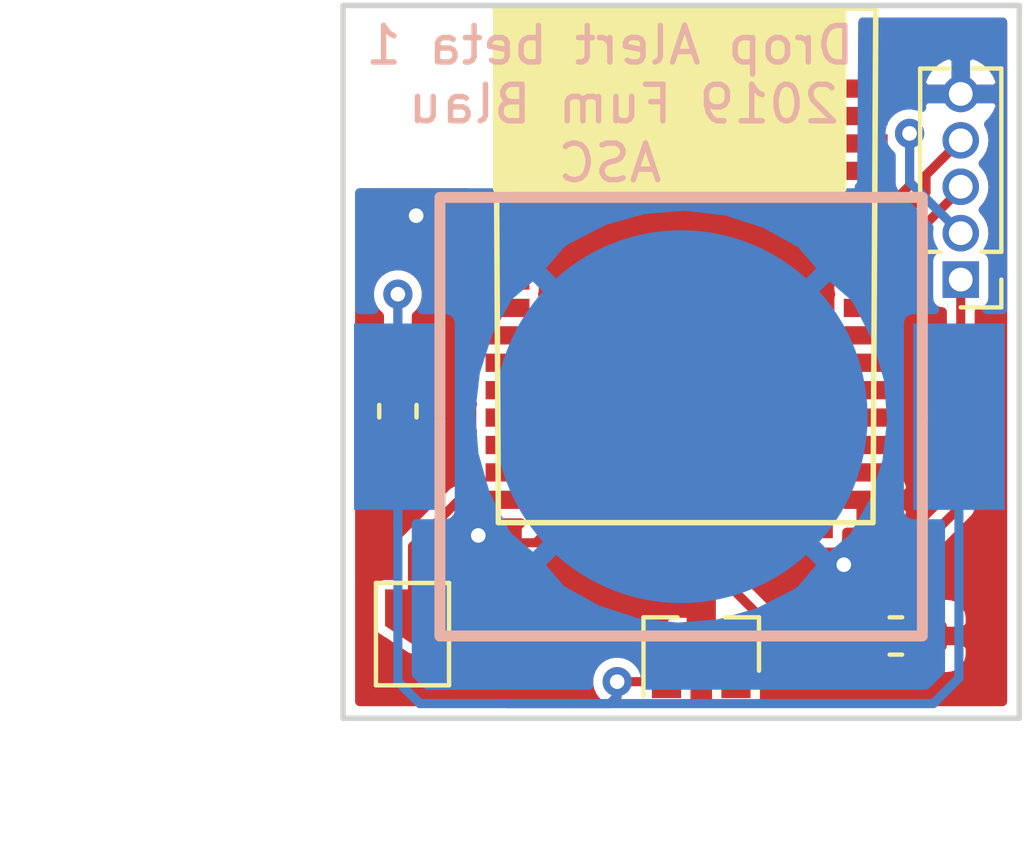
<source format=kicad_pcb>
(kicad_pcb (version 20171130) (host pcbnew "(5.1.0)-1")

  (general
    (thickness 1.6)
    (drawings 7)
    (tracks 58)
    (zones 0)
    (modules 7)
    (nets 38)
  )

  (page A4)
  (layers
    (0 F.Cu signal)
    (31 B.Cu signal)
    (32 B.Adhes user)
    (33 F.Adhes user)
    (34 B.Paste user)
    (35 F.Paste user)
    (36 B.SilkS user)
    (37 F.SilkS user)
    (38 B.Mask user)
    (39 F.Mask user)
    (40 Dwgs.User user)
    (41 Cmts.User user)
    (42 Eco1.User user)
    (43 Eco2.User user)
    (44 Edge.Cuts user)
    (45 Margin user)
    (46 B.CrtYd user)
    (47 F.CrtYd user)
    (48 B.Fab user)
    (49 F.Fab user)
  )

  (setup
    (last_trace_width 0.25)
    (trace_clearance 0.2)
    (zone_clearance 0.254)
    (zone_45_only no)
    (trace_min 0.2)
    (via_size 0.8)
    (via_drill 0.4)
    (via_min_size 0.4)
    (via_min_drill 0.3)
    (uvia_size 0.3)
    (uvia_drill 0.1)
    (uvias_allowed no)
    (uvia_min_size 0.2)
    (uvia_min_drill 0.1)
    (edge_width 0.15)
    (segment_width 0.2)
    (pcb_text_width 0.3)
    (pcb_text_size 1.5 1.5)
    (mod_edge_width 0.15)
    (mod_text_size 1 1)
    (mod_text_width 0.15)
    (pad_size 1.524 1.524)
    (pad_drill 0.762)
    (pad_to_mask_clearance 0.051)
    (solder_mask_min_width 0.25)
    (aux_axis_origin 0 0)
    (visible_elements 7FFDFFFF)
    (pcbplotparams
      (layerselection 0x010f0_ffffffff)
      (usegerberextensions false)
      (usegerberattributes false)
      (usegerberadvancedattributes false)
      (creategerberjobfile false)
      (excludeedgelayer true)
      (linewidth 0.100000)
      (plotframeref false)
      (viasonmask false)
      (mode 1)
      (useauxorigin false)
      (hpglpennumber 1)
      (hpglpenspeed 20)
      (hpglpendiameter 15.000000)
      (psnegative false)
      (psa4output false)
      (plotreference true)
      (plotvalue true)
      (plotinvisibletext false)
      (padsonsilk false)
      (subtractmaskfromsilk false)
      (outputformat 1)
      (mirror false)
      (drillshape 0)
      (scaleselection 1)
      (outputdirectory "outputs proyecto/gerbers/"))
  )

  (net 0 "")
  (net 1 +3V3)
  (net 2 GND)
  (net 3 "Net-(J1-Pad2)")
  (net 4 "Net-(J1-Pad3)")
  (net 5 "Net-(J1-Pad4)")
  (net 6 "Net-(C2-Pad1)")
  (net 7 "Net-(JP1-Pad1)")
  (net 8 "Net-(U1-Pad38)")
  (net 9 "Net-(U1-Pad37)")
  (net 10 "Net-(U1-Pad36)")
  (net 11 "Net-(U1-Pad35)")
  (net 12 "Net-(U1-Pad34)")
  (net 13 "Net-(U1-Pad33)")
  (net 14 "Net-(U1-Pad32)")
  (net 15 "Net-(U1-Pad31)")
  (net 16 "Net-(U1-Pad30)")
  (net 17 "Net-(U1-Pad29)")
  (net 18 "Net-(U1-Pad25)")
  (net 19 "Net-(U1-Pad24)")
  (net 20 "Net-(U1-Pad23)")
  (net 21 "Net-(U1-Pad22)")
  (net 22 "Net-(U1-Pad21)")
  (net 23 "Net-(U1-Pad20)")
  (net 24 "Net-(U1-Pad19)")
  (net 25 "Net-(U1-Pad18)")
  (net 26 "Net-(U1-Pad17)")
  (net 27 "Net-(U1-Pad15)")
  (net 28 "Net-(U1-Pad14)")
  (net 29 "Net-(U1-Pad13)")
  (net 30 "Net-(U1-Pad12)")
  (net 31 "Net-(U1-Pad11)")
  (net 32 "Net-(U1-Pad10)")
  (net 33 "Net-(U1-Pad9)")
  (net 34 "Net-(U1-Pad8)")
  (net 35 "Net-(U1-Pad4)")
  (net 36 "Net-(U1-Pad3)")
  (net 37 "Net-(U1-Pad2)")

  (net_class Default "Esta es la clase de red por defecto."
    (clearance 0.2)
    (trace_width 0.25)
    (via_dia 0.8)
    (via_drill 0.4)
    (uvia_dia 0.3)
    (uvia_drill 0.1)
    (add_net +3V3)
    (add_net GND)
    (add_net "Net-(C2-Pad1)")
    (add_net "Net-(J1-Pad2)")
    (add_net "Net-(J1-Pad3)")
    (add_net "Net-(J1-Pad4)")
    (add_net "Net-(JP1-Pad1)")
    (add_net "Net-(U1-Pad10)")
    (add_net "Net-(U1-Pad11)")
    (add_net "Net-(U1-Pad12)")
    (add_net "Net-(U1-Pad13)")
    (add_net "Net-(U1-Pad14)")
    (add_net "Net-(U1-Pad15)")
    (add_net "Net-(U1-Pad17)")
    (add_net "Net-(U1-Pad18)")
    (add_net "Net-(U1-Pad19)")
    (add_net "Net-(U1-Pad2)")
    (add_net "Net-(U1-Pad20)")
    (add_net "Net-(U1-Pad21)")
    (add_net "Net-(U1-Pad22)")
    (add_net "Net-(U1-Pad23)")
    (add_net "Net-(U1-Pad24)")
    (add_net "Net-(U1-Pad25)")
    (add_net "Net-(U1-Pad29)")
    (add_net "Net-(U1-Pad3)")
    (add_net "Net-(U1-Pad30)")
    (add_net "Net-(U1-Pad31)")
    (add_net "Net-(U1-Pad32)")
    (add_net "Net-(U1-Pad33)")
    (add_net "Net-(U1-Pad34)")
    (add_net "Net-(U1-Pad35)")
    (add_net "Net-(U1-Pad36)")
    (add_net "Net-(U1-Pad37)")
    (add_net "Net-(U1-Pad38)")
    (add_net "Net-(U1-Pad4)")
    (add_net "Net-(U1-Pad8)")
    (add_net "Net-(U1-Pad9)")
  )

  (module footprints:CR1216_holder_mouser_bat_hld_012_smt (layer B.Cu) (tedit 5A7D6510) (tstamp 5D02AB11)
    (at 138.75 64.75)
    (path /5CB03C6A)
    (fp_text reference BT1 (at -5 -5) (layer B.SilkS) hide
      (effects (font (size 1 1) (thickness 0.15)) (justify mirror))
    )
    (fp_text value Battery_Cell (at 0 7) (layer B.Fab)
      (effects (font (size 1 1) (thickness 0.15)) (justify mirror))
    )
    (fp_line (start -6.6 -6) (end 6.6 -6) (layer B.SilkS) (width 0.3))
    (fp_line (start 6.6 6) (end -6.6 6) (layer B.SilkS) (width 0.3))
    (fp_line (start 6.6 0) (end 6.6 5.9) (layer B.SilkS) (width 0.3))
    (fp_line (start 6.6 -5.9) (end 6.6 0) (layer B.SilkS) (width 0.3))
    (fp_line (start -6.6 -5.9) (end -6.6 0) (layer B.SilkS) (width 0.3))
    (fp_line (start -6.6 0.1) (end -6.6 6) (layer B.SilkS) (width 0.3))
    (pad 1 smd rect (at -7.7 0) (size 2.5 5.1) (layers B.Cu B.Paste B.Mask)
      (net 1 +3V3))
    (pad 1 smd rect (at 7.6 0) (size 2.5 5.1) (layers B.Cu B.Paste B.Mask)
      (net 1 +3V3))
    (pad 2 smd circle (at 0 0) (size 10.2 10.2) (layers B.Cu B.Paste B.Mask)
      (net 2 GND))
  )

  (module footprints:453-0005 (layer F.Cu) (tedit 5CAE293A) (tstamp 5CA78AEF)
    (at 134 58.775001)
    (path /5CA7DB6D)
    (fp_text reference U1 (at 5 5.224999) (layer F.SilkS) hide
      (effects (font (size 1 1) (thickness 0.15)))
    )
    (fp_text value 453-00005 (at 5.25 11.224999) (layer F.SilkS) hide
      (effects (font (size 1 1) (thickness 0.15)))
    )
    (fp_line (start -0.25 -0.25) (end 9.2 -0.25) (layer F.SilkS) (width 0.15))
    (fp_line (start 9.2 -0.25) (end 9.2 -5.175) (layer F.SilkS) (width 0.15))
    (fp_line (start 9.2 -5.175) (end -0.325 -5.175) (layer F.SilkS) (width 0.15))
    (fp_line (start -0.325 -5.175) (end -0.325 -0.25) (layer F.SilkS) (width 0.15))
    (fp_poly (pts (xy -0.275 -0.25) (xy -0.3 -5.175) (xy 9.15 -5.15) (xy 9.15 -0.275)) (layer F.SilkS) (width 0.15))
    (fp_line (start -0.35 -5.2) (end 10.075 -5.2) (layer F.SilkS) (width 0.15))
    (fp_line (start 10.075 -5.2) (end 10 8.875) (layer F.SilkS) (width 0.15))
    (fp_line (start 10 8.875) (end -0.25 8.875) (layer F.SilkS) (width 0.15))
    (fp_line (start -0.25 8.875) (end -0.325 -5.2) (layer F.SilkS) (width 0.15))
    (pad 39 smd rect (at 0 0 90) (size 0.5 1.2) (layers F.Cu F.Paste F.Mask)
      (net 2 GND))
    (pad 38 smd rect (at 0 0.75 90) (size 0.5 1.2) (layers F.Cu F.Paste F.Mask)
      (net 8 "Net-(U1-Pad38)"))
    (pad 37 smd rect (at 0 1.5 90) (size 0.5 1.2) (layers F.Cu F.Paste F.Mask)
      (net 9 "Net-(U1-Pad37)"))
    (pad 36 smd rect (at 0 2.25 90) (size 0.5 1.2) (layers F.Cu F.Paste F.Mask)
      (net 10 "Net-(U1-Pad36)"))
    (pad 35 smd rect (at 0 3 90) (size 0.5 1.2) (layers F.Cu F.Paste F.Mask)
      (net 11 "Net-(U1-Pad35)"))
    (pad 34 smd rect (at 0 3.75 90) (size 0.5 1.2) (layers F.Cu F.Paste F.Mask)
      (net 12 "Net-(U1-Pad34)"))
    (pad 33 smd rect (at 0 4.5 90) (size 0.5 1.2) (layers F.Cu F.Paste F.Mask)
      (net 13 "Net-(U1-Pad33)"))
    (pad 32 smd rect (at 0 5.25 90) (size 0.5 1.2) (layers F.Cu F.Paste F.Mask)
      (net 14 "Net-(U1-Pad32)"))
    (pad 31 smd rect (at 0 6 90) (size 0.5 1.2) (layers F.Cu F.Paste F.Mask)
      (net 15 "Net-(U1-Pad31)"))
    (pad 30 smd rect (at 0 6.75 90) (size 0.5 1.2) (layers F.Cu F.Paste F.Mask)
      (net 16 "Net-(U1-Pad30)"))
    (pad 29 smd rect (at 0 7.5 90) (size 0.5 1.2) (layers F.Cu F.Paste F.Mask)
      (net 17 "Net-(U1-Pad29)"))
    (pad 28 smd rect (at 0 8.25 90) (size 0.5 1.2) (layers F.Cu F.Paste F.Mask)
      (net 7 "Net-(JP1-Pad1)"))
    (pad 27 smd rect (at 1.15 8.7 180) (size 0.5 1.2) (layers F.Cu F.Paste F.Mask)
      (net 2 GND))
    (pad 26 smd rect (at 1.9 8.7 180) (size 0.5 1.2) (layers F.Cu F.Paste F.Mask)
      (net 6 "Net-(C2-Pad1)"))
    (pad 25 smd rect (at 2.65 8.7 180) (size 0.5 1.2) (layers F.Cu F.Paste F.Mask)
      (net 18 "Net-(U1-Pad25)"))
    (pad 24 smd rect (at 3.4 8.7 180) (size 0.5 1.2) (layers F.Cu F.Paste F.Mask)
      (net 19 "Net-(U1-Pad24)"))
    (pad 23 smd rect (at 4.15 8.7 180) (size 0.5 1.2) (layers F.Cu F.Paste F.Mask)
      (net 20 "Net-(U1-Pad23)"))
    (pad 22 smd rect (at 4.9 8.7 180) (size 0.5 1.2) (layers F.Cu F.Paste F.Mask)
      (net 21 "Net-(U1-Pad22)"))
    (pad 21 smd rect (at 5.65 8.7 180) (size 0.5 1.2) (layers F.Cu F.Paste F.Mask)
      (net 22 "Net-(U1-Pad21)"))
    (pad 20 smd rect (at 6.4 8.7 180) (size 0.5 1.2) (layers F.Cu F.Paste F.Mask)
      (net 23 "Net-(U1-Pad20)"))
    (pad 19 smd rect (at 7.15 8.7 180) (size 0.5 1.2) (layers F.Cu F.Paste F.Mask)
      (net 24 "Net-(U1-Pad19)"))
    (pad 18 smd rect (at 7.9 8.7 180) (size 0.5 1.2) (layers F.Cu F.Paste F.Mask)
      (net 25 "Net-(U1-Pad18)"))
    (pad 17 smd rect (at 8.65 8.7 180) (size 0.5 1.2) (layers F.Cu F.Paste F.Mask)
      (net 26 "Net-(U1-Pad17)"))
    (pad 16 smd rect (at 9.8 8.25 270) (size 0.5 1.2) (layers F.Cu F.Paste F.Mask)
      (net 2 GND))
    (pad 15 smd rect (at 9.8 7.5 270) (size 0.5 1.2) (layers F.Cu F.Paste F.Mask)
      (net 27 "Net-(U1-Pad15)"))
    (pad 14 smd rect (at 9.8 6.75 270) (size 0.5 1.2) (layers F.Cu F.Paste F.Mask)
      (net 28 "Net-(U1-Pad14)"))
    (pad 13 smd rect (at 9.8 6 270) (size 0.5 1.2) (layers F.Cu F.Paste F.Mask)
      (net 29 "Net-(U1-Pad13)"))
    (pad 12 smd rect (at 9.8 5.25 270) (size 0.5 1.2) (layers F.Cu F.Paste F.Mask)
      (net 30 "Net-(U1-Pad12)"))
    (pad 11 smd rect (at 9.8 4.5 270) (size 0.5 1.2) (layers F.Cu F.Paste F.Mask)
      (net 31 "Net-(U1-Pad11)"))
    (pad 10 smd rect (at 9.8 3.75 270) (size 0.5 1.2) (layers F.Cu F.Paste F.Mask)
      (net 32 "Net-(U1-Pad10)"))
    (pad 9 smd rect (at 9.8 3 270) (size 0.5 1.2) (layers F.Cu F.Paste F.Mask)
      (net 33 "Net-(U1-Pad9)"))
    (pad 8 smd rect (at 9.8 2.25 270) (size 0.5 1.2) (layers F.Cu F.Paste F.Mask)
      (net 34 "Net-(U1-Pad8)"))
    (pad 7 smd rect (at 9.8 1.5 270) (size 0.5 1.2) (layers F.Cu F.Paste F.Mask)
      (net 4 "Net-(J1-Pad3)"))
    (pad 6 smd rect (at 9.8 0.75 270) (size 0.5 1.2) (layers F.Cu F.Paste F.Mask)
      (net 5 "Net-(J1-Pad4)"))
    (pad 5 smd rect (at 9.8 0 270) (size 0.5 1.2) (layers F.Cu F.Paste F.Mask)
      (net 3 "Net-(J1-Pad2)"))
    (pad 4 smd rect (at 9.8 -0.75 270) (size 0.5 1.2) (layers F.Cu F.Paste F.Mask)
      (net 35 "Net-(U1-Pad4)"))
    (pad 3 smd rect (at 9.8 -1.5 270) (size 0.5 1.2) (layers F.Cu F.Paste F.Mask)
      (net 36 "Net-(U1-Pad3)"))
    (pad 2 smd rect (at 9.8 -2.25 270) (size 0.5 1.2) (layers F.Cu F.Paste F.Mask)
      (net 37 "Net-(U1-Pad2)"))
    (pad 1 smd rect (at 9.8 -3 270) (size 0.5 1.2) (layers F.Cu F.Paste F.Mask)
      (net 2 GND))
  )

  (module Capacitor_SMD:C_0603_1608Metric_Pad1.05x0.95mm_HandSolder (layer F.Cu) (tedit 5B301BBE) (tstamp 5CBB99B7)
    (at 131 64.6 270)
    (descr "Capacitor SMD 0603 (1608 Metric), square (rectangular) end terminal, IPC_7351 nominal with elongated pad for handsoldering. (Body size source: http://www.tortai-tech.com/upload/download/2011102023233369053.pdf), generated with kicad-footprint-generator")
    (tags "capacitor handsolder")
    (path /5CAFD93C)
    (attr smd)
    (fp_text reference C1 (at 0.125 1.5 270) (layer F.SilkS) hide
      (effects (font (size 1 1) (thickness 0.15)))
    )
    (fp_text value 0,1uF (at 0 1.43 270) (layer F.Fab)
      (effects (font (size 1 1) (thickness 0.15)))
    )
    (fp_line (start -0.8 0.4) (end -0.8 -0.4) (layer F.Fab) (width 0.1))
    (fp_line (start -0.8 -0.4) (end 0.8 -0.4) (layer F.Fab) (width 0.1))
    (fp_line (start 0.8 -0.4) (end 0.8 0.4) (layer F.Fab) (width 0.1))
    (fp_line (start 0.8 0.4) (end -0.8 0.4) (layer F.Fab) (width 0.1))
    (fp_line (start -0.171267 -0.51) (end 0.171267 -0.51) (layer F.SilkS) (width 0.12))
    (fp_line (start -0.171267 0.51) (end 0.171267 0.51) (layer F.SilkS) (width 0.12))
    (fp_line (start -1.65 0.73) (end -1.65 -0.73) (layer F.CrtYd) (width 0.05))
    (fp_line (start -1.65 -0.73) (end 1.65 -0.73) (layer F.CrtYd) (width 0.05))
    (fp_line (start 1.65 -0.73) (end 1.65 0.73) (layer F.CrtYd) (width 0.05))
    (fp_line (start 1.65 0.73) (end -1.65 0.73) (layer F.CrtYd) (width 0.05))
    (fp_text user %R (at 0 0 270) (layer F.Fab)
      (effects (font (size 0.4 0.4) (thickness 0.06)))
    )
    (pad 1 smd roundrect (at -0.875 0 270) (size 1.05 0.95) (layers F.Cu F.Paste F.Mask) (roundrect_rratio 0.25)
      (net 1 +3V3))
    (pad 2 smd roundrect (at 0.875 0 270) (size 1.05 0.95) (layers F.Cu F.Paste F.Mask) (roundrect_rratio 0.25)
      (net 2 GND))
    (model ${KISYS3DMOD}/Capacitor_SMD.3dshapes/C_0603_1608Metric.wrl
      (at (xyz 0 0 0))
      (scale (xyz 1 1 1))
      (rotate (xyz 0 0 0))
    )
  )

  (module Package_TO_SOT_SMD:SOT-23 (layer F.Cu) (tedit 5CB0575F) (tstamp 5D15BC5E)
    (at 139.3 71 90)
    (descr "SOT-23, Standard")
    (tags SOT-23)
    (path /5CAF52C6)
    (attr smd)
    (fp_text reference U2 (at -0.75 2.95 -180) (layer F.SilkS) hide
      (effects (font (size 1 1) (thickness 0.15)))
    )
    (fp_text value SI7201 (at 0 2.5 90) (layer F.Fab)
      (effects (font (size 1 1) (thickness 0.15)))
    )
    (fp_text user %R (at 0 0 -180) (layer F.Fab)
      (effects (font (size 0.5 0.5) (thickness 0.075)))
    )
    (fp_line (start -0.7 -0.95) (end -0.7 1.5) (layer F.Fab) (width 0.1))
    (fp_line (start -0.15 -1.52) (end 0.7 -1.52) (layer F.Fab) (width 0.1))
    (fp_line (start -0.7 -0.95) (end -0.15 -1.52) (layer F.Fab) (width 0.1))
    (fp_line (start 0.7 -1.52) (end 0.7 1.52) (layer F.Fab) (width 0.1))
    (fp_line (start -0.7 1.52) (end 0.7 1.52) (layer F.Fab) (width 0.1))
    (fp_line (start 0.76 1.58) (end 0.76 0.65) (layer F.SilkS) (width 0.12))
    (fp_line (start 0.76 -1.58) (end 0.76 -0.65) (layer F.SilkS) (width 0.12))
    (fp_line (start -1.7 -1.75) (end 1.7 -1.75) (layer F.CrtYd) (width 0.05))
    (fp_line (start 1.7 -1.75) (end 1.7 1.75) (layer F.CrtYd) (width 0.05))
    (fp_line (start 1.7 1.75) (end -1.7 1.75) (layer F.CrtYd) (width 0.05))
    (fp_line (start -1.7 1.75) (end -1.7 -1.75) (layer F.CrtYd) (width 0.05))
    (fp_line (start 0.76 -1.58) (end -1.4 -1.58) (layer F.SilkS) (width 0.12))
    (fp_line (start 0.76 1.58) (end -0.7 1.58) (layer F.SilkS) (width 0.12))
    (pad 1 smd rect (at -1 -0.95 90) (size 0.9 0.8) (layers F.Cu F.Paste F.Mask)
      (net 1 +3V3))
    (pad 2 smd rect (at -1 0.95 90) (size 0.9 0.8) (layers F.Cu F.Paste F.Mask)
      (net 6 "Net-(C2-Pad1)"))
    (pad 3 smd rect (at 1 0 90) (size 0.9 0.8) (layers F.Cu F.Paste F.Mask)
      (net 2 GND))
    (model ${KISYS3DMOD}/Package_TO_SOT_SMD.3dshapes/SOT-23.wrl
      (at (xyz 0 0 0))
      (scale (xyz 1 1 1))
      (rotate (xyz 0 0 0))
    )
  )

  (module Connector_PinHeader_1.27mm:PinHeader_1x05_P1.27mm_Vertical (layer F.Cu) (tedit 59FED6E3) (tstamp 5CDBCD5A)
    (at 146.4 61 180)
    (descr "Through hole straight pin header, 1x05, 1.27mm pitch, single row")
    (tags "Through hole pin header THT 1x05 1.27mm single row")
    (path /5CDBD9AD)
    (fp_text reference J1 (at 0 -1.695 180) (layer F.SilkS) hide
      (effects (font (size 1 1) (thickness 0.15)))
    )
    (fp_text value Conn_01x05_Male (at 0 6.775 180) (layer F.Fab)
      (effects (font (size 1 1) (thickness 0.15)))
    )
    (fp_line (start -0.525 -0.635) (end 1.05 -0.635) (layer F.Fab) (width 0.1))
    (fp_line (start 1.05 -0.635) (end 1.05 5.715) (layer F.Fab) (width 0.1))
    (fp_line (start 1.05 5.715) (end -1.05 5.715) (layer F.Fab) (width 0.1))
    (fp_line (start -1.05 5.715) (end -1.05 -0.11) (layer F.Fab) (width 0.1))
    (fp_line (start -1.05 -0.11) (end -0.525 -0.635) (layer F.Fab) (width 0.1))
    (fp_line (start -1.11 5.775) (end -0.30753 5.775) (layer F.SilkS) (width 0.12))
    (fp_line (start 0.30753 5.775) (end 1.11 5.775) (layer F.SilkS) (width 0.12))
    (fp_line (start -1.11 0.76) (end -1.11 5.775) (layer F.SilkS) (width 0.12))
    (fp_line (start 1.11 0.76) (end 1.11 5.775) (layer F.SilkS) (width 0.12))
    (fp_line (start -1.11 0.76) (end -0.563471 0.76) (layer F.SilkS) (width 0.12))
    (fp_line (start 0.563471 0.76) (end 1.11 0.76) (layer F.SilkS) (width 0.12))
    (fp_line (start -1.11 0) (end -1.11 -0.76) (layer F.SilkS) (width 0.12))
    (fp_line (start -1.11 -0.76) (end 0 -0.76) (layer F.SilkS) (width 0.12))
    (fp_line (start -1.55 -1.15) (end -1.55 6.25) (layer F.CrtYd) (width 0.05))
    (fp_line (start -1.55 6.25) (end 1.55 6.25) (layer F.CrtYd) (width 0.05))
    (fp_line (start 1.55 6.25) (end 1.55 -1.15) (layer F.CrtYd) (width 0.05))
    (fp_line (start 1.55 -1.15) (end -1.55 -1.15) (layer F.CrtYd) (width 0.05))
    (fp_text user %R (at 0 2.54 270) (layer F.Fab)
      (effects (font (size 1 1) (thickness 0.15)))
    )
    (pad 1 thru_hole rect (at 0 0 180) (size 1 1) (drill 0.65) (layers *.Cu *.Mask)
      (net 6 "Net-(C2-Pad1)"))
    (pad 2 thru_hole oval (at 0 1.27 180) (size 1 1) (drill 0.65) (layers *.Cu *.Mask)
      (net 3 "Net-(J1-Pad2)"))
    (pad 3 thru_hole oval (at 0 2.54 180) (size 1 1) (drill 0.65) (layers *.Cu *.Mask)
      (net 4 "Net-(J1-Pad3)"))
    (pad 4 thru_hole oval (at 0 3.81 180) (size 1 1) (drill 0.65) (layers *.Cu *.Mask)
      (net 5 "Net-(J1-Pad4)"))
    (pad 5 thru_hole oval (at 0 5.08 180) (size 1 1) (drill 0.65) (layers *.Cu *.Mask)
      (net 2 GND))
  )

  (module Capacitor_SMD:C_0603_1608Metric_Pad1.05x0.95mm_HandSolder (layer F.Cu) (tedit 5B301BBE) (tstamp 5D02AAA8)
    (at 144.625 70.75)
    (descr "Capacitor SMD 0603 (1608 Metric), square (rectangular) end terminal, IPC_7351 nominal with elongated pad for handsoldering. (Body size source: http://www.tortai-tech.com/upload/download/2011102023233369053.pdf), generated with kicad-footprint-generator")
    (tags "capacitor handsolder")
    (path /5D02A0AB)
    (attr smd)
    (fp_text reference C2 (at 0 -1.43) (layer F.SilkS) hide
      (effects (font (size 1 1) (thickness 0.15)))
    )
    (fp_text value 0,1uF (at 0 1.43) (layer F.Fab)
      (effects (font (size 1 1) (thickness 0.15)))
    )
    (fp_line (start -0.8 0.4) (end -0.8 -0.4) (layer F.Fab) (width 0.1))
    (fp_line (start -0.8 -0.4) (end 0.8 -0.4) (layer F.Fab) (width 0.1))
    (fp_line (start 0.8 -0.4) (end 0.8 0.4) (layer F.Fab) (width 0.1))
    (fp_line (start 0.8 0.4) (end -0.8 0.4) (layer F.Fab) (width 0.1))
    (fp_line (start -0.171267 -0.51) (end 0.171267 -0.51) (layer F.SilkS) (width 0.12))
    (fp_line (start -0.171267 0.51) (end 0.171267 0.51) (layer F.SilkS) (width 0.12))
    (fp_line (start -1.65 0.73) (end -1.65 -0.73) (layer F.CrtYd) (width 0.05))
    (fp_line (start -1.65 -0.73) (end 1.65 -0.73) (layer F.CrtYd) (width 0.05))
    (fp_line (start 1.65 -0.73) (end 1.65 0.73) (layer F.CrtYd) (width 0.05))
    (fp_line (start 1.65 0.73) (end -1.65 0.73) (layer F.CrtYd) (width 0.05))
    (fp_text user %R (at 0 0) (layer F.Fab)
      (effects (font (size 0.4 0.4) (thickness 0.06)))
    )
    (pad 1 smd roundrect (at -0.875 0) (size 1.05 0.95) (layers F.Cu F.Paste F.Mask) (roundrect_rratio 0.25)
      (net 6 "Net-(C2-Pad1)"))
    (pad 2 smd roundrect (at 0.875 0) (size 1.05 0.95) (layers F.Cu F.Paste F.Mask) (roundrect_rratio 0.25)
      (net 2 GND))
    (model ${KISYS3DMOD}/Capacitor_SMD.3dshapes/C_0603_1608Metric.wrl
      (at (xyz 0 0 0))
      (scale (xyz 1 1 1))
      (rotate (xyz 0 0 0))
    )
  )

  (module Jumper:SolderJumper-2_P1.3mm_Open_TrianglePad1.0x1.5mm (layer F.Cu) (tedit 5A64794F) (tstamp 5D15BFEF)
    (at 131.4 70.7 270)
    (descr "SMD Solder Jumper, 1x1.5mm Triangular Pads, 0.3mm gap, open")
    (tags "solder jumper open")
    (path /5D15D6C0)
    (attr virtual)
    (fp_text reference JP1 (at 0 -1.8 270) (layer F.SilkS) hide
      (effects (font (size 1 1) (thickness 0.15)))
    )
    (fp_text value Jumper_NO_Small (at 0 1.9 270) (layer F.Fab)
      (effects (font (size 1 1) (thickness 0.15)))
    )
    (fp_line (start -1.4 1) (end -1.4 -1) (layer F.SilkS) (width 0.12))
    (fp_line (start 1.4 1) (end -1.4 1) (layer F.SilkS) (width 0.12))
    (fp_line (start 1.4 -1) (end 1.4 1) (layer F.SilkS) (width 0.12))
    (fp_line (start -1.4 -1) (end 1.4 -1) (layer F.SilkS) (width 0.12))
    (fp_line (start -1.65 -1.25) (end 1.65 -1.25) (layer F.CrtYd) (width 0.05))
    (fp_line (start -1.65 -1.25) (end -1.65 1.25) (layer F.CrtYd) (width 0.05))
    (fp_line (start 1.65 1.25) (end 1.65 -1.25) (layer F.CrtYd) (width 0.05))
    (fp_line (start 1.65 1.25) (end -1.65 1.25) (layer F.CrtYd) (width 0.05))
    (pad 2 smd custom (at 0.725 0 270) (size 0.3 0.3) (layers F.Cu F.Mask)
      (net 2 GND) (zone_connect 2)
      (options (clearance outline) (anchor rect))
      (primitives
        (gr_poly (pts
           (xy -0.65 -0.75) (xy 0.5 -0.75) (xy 0.5 0.75) (xy -0.65 0.75) (xy -0.15 0)
) (width 0))
      ))
    (pad 1 smd custom (at -0.725 0 270) (size 0.3 0.3) (layers F.Cu F.Mask)
      (net 7 "Net-(JP1-Pad1)") (zone_connect 2)
      (options (clearance outline) (anchor rect))
      (primitives
        (gr_poly (pts
           (xy -0.5 -0.75) (xy 0.5 -0.75) (xy 1 0) (xy 0.5 0.75) (xy -0.5 0.75)
) (width 0))
      ))
  )

  (gr_text "Drop Alert beta 1\n2019 Fum Blau \nASC" (at 136.8 56.2) (layer B.SilkS)
    (effects (font (size 1 1) (thickness 0.15)) (justify mirror))
  )
  (dimension 19.5 (width 0.3) (layer Dwgs.User)
    (gr_text "19,500 mm" (at 125.65 63.25 270) (layer Dwgs.User)
      (effects (font (size 1.5 1.5) (thickness 0.3)))
    )
    (feature1 (pts (xy 129.5 73) (xy 127.163579 73)))
    (feature2 (pts (xy 129.5 53.5) (xy 127.163579 53.5)))
    (crossbar (pts (xy 127.75 53.5) (xy 127.75 73)))
    (arrow1a (pts (xy 127.75 73) (xy 127.163579 71.873496)))
    (arrow1b (pts (xy 127.75 73) (xy 128.336421 71.873496)))
    (arrow2a (pts (xy 127.75 53.5) (xy 127.163579 54.626504)))
    (arrow2b (pts (xy 127.75 53.5) (xy 128.336421 54.626504)))
  )
  (dimension 18.5 (width 0.3) (layer Dwgs.User)
    (gr_text "18,500 mm" (at 138.75 78.1) (layer Dwgs.User)
      (effects (font (size 1.5 1.5) (thickness 0.3)))
    )
    (feature1 (pts (xy 148 73.5) (xy 148 76.586421)))
    (feature2 (pts (xy 129.5 73.5) (xy 129.5 76.586421)))
    (crossbar (pts (xy 129.5 76) (xy 148 76)))
    (arrow1a (pts (xy 148 76) (xy 146.873496 76.586421)))
    (arrow1b (pts (xy 148 76) (xy 146.873496 75.413579)))
    (arrow2a (pts (xy 129.5 76) (xy 130.626504 76.586421)))
    (arrow2b (pts (xy 129.5 76) (xy 130.626504 75.413579)))
  )
  (gr_line (start 129.5 73) (end 129.5 53.5) (layer Edge.Cuts) (width 0.15))
  (gr_line (start 148 73) (end 129.5 73) (layer Edge.Cuts) (width 0.15))
  (gr_line (start 148 53.5) (end 148 73) (layer Edge.Cuts) (width 0.15))
  (gr_line (start 129.5 53.5) (end 148 53.5) (layer Edge.Cuts) (width 0.15))

  (segment (start 131 67.75) (end 131 64.55) (width 0.25) (layer B.Cu) (net 1))
  (segment (start 131 64.55) (end 131.05 64.5) (width 0.25) (layer B.Cu) (net 1))
  (segment (start 131 67.75) (end 131 72) (width 0.25) (layer B.Cu) (net 1))
  (segment (start 131 72) (end 131.59999 72.59999) (width 0.25) (layer B.Cu) (net 1))
  (segment (start 131.59999 72.59999) (end 133.99999 72.59999) (width 0.25) (layer B.Cu) (net 1))
  (via (at 131 61.4) (size 0.8) (drill 0.4) (layers F.Cu B.Cu) (net 1))
  (segment (start 131 63.725) (end 131 61.4) (width 0.25) (layer F.Cu) (net 1) (status 10))
  (segment (start 131 64.95) (end 131.05 65) (width 0.25) (layer B.Cu) (net 1))
  (segment (start 131 61.4) (end 131 64.95) (width 0.25) (layer B.Cu) (net 1))
  (segment (start 133.99999 72.59999) (end 145.65001 72.59999) (width 0.25) (layer B.Cu) (net 1))
  (segment (start 146.35 71.9) (end 146.35 64.75) (width 0.25) (layer B.Cu) (net 1))
  (segment (start 145.65001 72.59999) (end 146.35 71.9) (width 0.25) (layer B.Cu) (net 1))
  (via (at 137 72) (size 0.8) (drill 0.4) (layers F.Cu B.Cu) (net 1))
  (segment (start 137 72.4) (end 137 72) (width 0.25) (layer B.Cu) (net 1))
  (segment (start 136.8 72.6) (end 137 72.4) (width 0.25) (layer B.Cu) (net 1))
  (segment (start 135.80002 72.6) (end 136.8 72.6) (width 0.25) (layer B.Cu) (net 1))
  (segment (start 133.99999 72.59999) (end 135.80001 72.59999) (width 0.25) (layer B.Cu) (net 1))
  (segment (start 135.80001 72.59999) (end 135.80002 72.6) (width 0.25) (layer B.Cu) (net 1))
  (segment (start 138.35 72) (end 137 72) (width 0.25) (layer F.Cu) (net 1))
  (via (at 143.2 68.8) (size 0.8) (drill 0.4) (layers F.Cu B.Cu) (net 2))
  (segment (start 135.25 67.575001) (end 135.15 67.475001) (width 0.25) (layer F.Cu) (net 2) (status 30))
  (via (at 131.5 59.25) (size 0.8) (drill 0.4) (layers F.Cu B.Cu) (net 2))
  (via (at 133.2 68) (size 0.8) (drill 0.4) (layers F.Cu B.Cu) (net 2))
  (segment (start 135.15 67.825001) (end 134.775001 68.2) (width 0.25) (layer F.Cu) (net 2) (status 10))
  (segment (start 135.15 67.475001) (end 135.15 67.825001) (width 0.25) (layer F.Cu) (net 2) (status 30))
  (segment (start 134.775001 68.2) (end 133.32501 68.2) (width 0.25) (layer F.Cu) (net 2))
  (segment (start 144.65 58.775001) (end 145 58.425001) (width 0.25) (layer F.Cu) (net 3))
  (segment (start 143.8 58.775001) (end 144.65 58.775001) (width 0.25) (layer F.Cu) (net 3) (status 10))
  (segment (start 145 58.425001) (end 145 57) (width 0.25) (layer F.Cu) (net 3))
  (via (at 145 57) (size 0.8) (drill 0.4) (layers F.Cu B.Cu) (net 3))
  (segment (start 145 58.33) (end 145.2 58.53) (width 0.25) (layer B.Cu) (net 3))
  (segment (start 145 57) (end 145 58.33) (width 0.25) (layer B.Cu) (net 3))
  (segment (start 145.2 58.53) (end 146.4 59.73) (width 0.25) (layer B.Cu) (net 3) (status 20))
  (segment (start 146.4 58.525001) (end 146.4 58.46) (width 0.25) (layer F.Cu) (net 4) (status 30))
  (segment (start 144.65 60.275001) (end 146.4 58.525001) (width 0.25) (layer F.Cu) (net 4) (status 20))
  (segment (start 143.8 60.275001) (end 144.65 60.275001) (width 0.25) (layer F.Cu) (net 4) (status 10))
  (segment (start 145.900001 57.689999) (end 146.4 57.19) (width 0.25) (layer F.Cu) (net 5) (status 30))
  (segment (start 145.450009 58.139991) (end 145.900001 57.689999) (width 0.25) (layer F.Cu) (net 5) (status 20))
  (segment (start 145.450009 58.611402) (end 145.450009 58.139991) (width 0.25) (layer F.Cu) (net 5))
  (segment (start 144.53641 59.525001) (end 145.450009 58.611402) (width 0.25) (layer F.Cu) (net 5))
  (segment (start 143.8 59.525001) (end 144.53641 59.525001) (width 0.25) (layer F.Cu) (net 5) (status 10))
  (segment (start 143.125 70.75) (end 143.75 70.75) (width 0.25) (layer F.Cu) (net 6))
  (segment (start 141.438589 70.75) (end 143.125 70.75) (width 0.25) (layer F.Cu) (net 6))
  (segment (start 136.489997 68.75) (end 139.438589 68.75) (width 0.25) (layer F.Cu) (net 6))
  (segment (start 135.9 68.160003) (end 136.489997 68.75) (width 0.25) (layer F.Cu) (net 6))
  (segment (start 135.9 67.475001) (end 135.9 68.160003) (width 0.25) (layer F.Cu) (net 6))
  (segment (start 141.094294 70.455706) (end 141.144294 70.455706) (width 0.25) (layer F.Cu) (net 6))
  (segment (start 140.25 71.3) (end 141.094294 70.455706) (width 0.25) (layer F.Cu) (net 6))
  (segment (start 140.25 72) (end 140.25 71.3) (width 0.25) (layer F.Cu) (net 6))
  (segment (start 139.438589 68.75) (end 141.144294 70.455706) (width 0.25) (layer F.Cu) (net 6))
  (segment (start 141.144294 70.455706) (end 141.438589 70.75) (width 0.25) (layer F.Cu) (net 6))
  (segment (start 146.4 66.5) (end 146.4 61) (width 0.25) (layer F.Cu) (net 6))
  (segment (start 146.4 67.2) (end 146.4 66.5) (width 0.25) (layer F.Cu) (net 6))
  (segment (start 143.75 70.75) (end 143.75 69.85) (width 0.25) (layer F.Cu) (net 6))
  (segment (start 143.75 69.85) (end 146.4 67.2) (width 0.25) (layer F.Cu) (net 6))
  (segment (start 134 67.025001) (end 132.674999 67.025001) (width 0.25) (layer F.Cu) (net 7))
  (segment (start 131.4 68.3) (end 131.4 69.975) (width 0.25) (layer F.Cu) (net 7))
  (segment (start 132.674999 67.025001) (end 131.4 68.3) (width 0.25) (layer F.Cu) (net 7))

  (zone (net 0) (net_name "") (layers F&B.Cu) (tstamp 0) (hatch edge 0.508)
    (connect_pads (clearance 0.254))
    (min_thickness 0.254)
    (keepout (tracks not_allowed) (vias not_allowed) (copperpour not_allowed))
    (fill (arc_segments 16) (thermal_gap 0.508) (thermal_bridge_width 0.508))
    (polygon
      (pts
        (xy 129.5 58.5) (xy 143.5 58.5) (xy 143.5 53.5) (xy 129.5 53.5)
      )
    )
  )
  (zone (net 2) (net_name GND) (layer B.Cu) (tstamp 5CDC5AA7) (hatch edge 0.508)
    (connect_pads (clearance 0.254))
    (min_thickness 0.254)
    (fill yes (arc_segments 16) (thermal_gap 0.508) (thermal_bridge_width 0.508))
    (polygon
      (pts
        (xy 129.5 53.5) (xy 148 53.5) (xy 148 73) (xy 129.5 73)
      )
    )
    (filled_polygon
      (pts
        (xy 147.544 61.817157) (xy 147.114116 61.817157) (xy 147.170711 61.770711) (xy 147.218322 61.712696) (xy 147.253701 61.646508)
        (xy 147.275487 61.574689) (xy 147.282843 61.5) (xy 147.282843 60.5) (xy 147.275487 60.425311) (xy 147.253701 60.353492)
        (xy 147.218322 60.287304) (xy 147.170711 60.229289) (xy 147.143858 60.207251) (xy 147.217875 60.068775) (xy 147.268252 59.902706)
        (xy 147.285262 59.73) (xy 147.268252 59.557294) (xy 147.217875 59.391225) (xy 147.136068 59.238175) (xy 147.025975 59.104025)
        (xy 147.014978 59.095) (xy 147.025975 59.085975) (xy 147.136068 58.951825) (xy 147.217875 58.798775) (xy 147.268252 58.632706)
        (xy 147.285262 58.46) (xy 147.268252 58.287294) (xy 147.217875 58.121225) (xy 147.136068 57.968175) (xy 147.025975 57.834025)
        (xy 147.014978 57.825) (xy 147.025975 57.815975) (xy 147.136068 57.681825) (xy 147.217875 57.528775) (xy 147.268252 57.362706)
        (xy 147.285262 57.19) (xy 147.268252 57.017294) (xy 147.217875 56.851225) (xy 147.164626 56.751604) (xy 147.258865 56.66202)
        (xy 147.387123 56.480206) (xy 147.477446 56.276864) (xy 147.494119 56.221874) (xy 147.367954 56.047) (xy 146.527 56.047)
        (xy 146.527 56.067) (xy 146.273 56.067) (xy 146.273 56.047) (xy 145.432046 56.047) (xy 145.305881 56.221874)
        (xy 145.322554 56.276864) (xy 145.328756 56.290827) (xy 145.227809 56.249013) (xy 145.076922 56.219) (xy 144.923078 56.219)
        (xy 144.772191 56.249013) (xy 144.630058 56.307887) (xy 144.502141 56.393358) (xy 144.393358 56.502141) (xy 144.307887 56.630058)
        (xy 144.249013 56.772191) (xy 144.219 56.923078) (xy 144.219 57.076922) (xy 144.249013 57.227809) (xy 144.307887 57.369942)
        (xy 144.393358 57.497859) (xy 144.494 57.598501) (xy 144.494001 58.305144) (xy 144.491553 58.33) (xy 144.501322 58.429192)
        (xy 144.530255 58.524574) (xy 144.543098 58.548601) (xy 144.577242 58.612479) (xy 144.640474 58.689527) (xy 144.659781 58.705372)
        (xy 145.529951 59.575542) (xy 145.514738 59.73) (xy 145.531748 59.902706) (xy 145.582125 60.068775) (xy 145.656142 60.207251)
        (xy 145.629289 60.229289) (xy 145.581678 60.287304) (xy 145.546299 60.353492) (xy 145.524513 60.425311) (xy 145.517157 60.5)
        (xy 145.517157 61.5) (xy 145.524513 61.574689) (xy 145.546299 61.646508) (xy 145.581678 61.712696) (xy 145.629289 61.770711)
        (xy 145.685884 61.817157) (xy 145.1 61.817157) (xy 145.025311 61.824513) (xy 144.953492 61.846299) (xy 144.887304 61.881678)
        (xy 144.829289 61.929289) (xy 144.781678 61.987304) (xy 144.746299 62.053492) (xy 144.724513 62.125311) (xy 144.717157 62.2)
        (xy 144.717157 67.3) (xy 144.724513 67.374689) (xy 144.746299 67.446508) (xy 144.781678 67.512696) (xy 144.829289 67.570711)
        (xy 144.887304 67.618322) (xy 144.953492 67.653701) (xy 145.025311 67.675487) (xy 145.1 67.682843) (xy 145.844001 67.682843)
        (xy 145.844 71.690408) (xy 145.440419 72.09399) (xy 137.777605 72.09399) (xy 137.781 72.076922) (xy 137.781 71.923078)
        (xy 137.750987 71.772191) (xy 137.692113 71.630058) (xy 137.606642 71.502141) (xy 137.497859 71.393358) (xy 137.369942 71.307887)
        (xy 137.227809 71.249013) (xy 137.076922 71.219) (xy 136.923078 71.219) (xy 136.772191 71.249013) (xy 136.630058 71.307887)
        (xy 136.502141 71.393358) (xy 136.393358 71.502141) (xy 136.307887 71.630058) (xy 136.249013 71.772191) (xy 136.219 71.923078)
        (xy 136.219 72.076922) (xy 136.222395 72.09399) (xy 135.824856 72.09399) (xy 135.80001 72.091543) (xy 135.775164 72.09399)
        (xy 131.809582 72.09399) (xy 131.506 71.790409) (xy 131.506 68.801411) (xy 134.878194 68.801411) (xy 135.466309 69.485678)
        (xy 136.453289 70.035299) (xy 137.52853 70.381809) (xy 138.650712 70.511892) (xy 139.77671 70.420549) (xy 140.863251 70.111289)
        (xy 141.868581 69.595999) (xy 142.033691 69.485678) (xy 142.621806 68.801411) (xy 138.75 64.929605) (xy 134.878194 68.801411)
        (xy 131.506 68.801411) (xy 131.506 67.682843) (xy 132.3 67.682843) (xy 132.374689 67.675487) (xy 132.446508 67.653701)
        (xy 132.512696 67.618322) (xy 132.570711 67.570711) (xy 132.618322 67.512696) (xy 132.653701 67.446508) (xy 132.675487 67.374689)
        (xy 132.682843 67.3) (xy 132.682843 64.650712) (xy 132.988108 64.650712) (xy 133.079451 65.77671) (xy 133.388711 66.863251)
        (xy 133.904001 67.868581) (xy 134.014322 68.033691) (xy 134.698589 68.621806) (xy 138.570395 64.75) (xy 138.929605 64.75)
        (xy 142.801411 68.621806) (xy 143.485678 68.033691) (xy 144.035299 67.046711) (xy 144.381809 65.97147) (xy 144.511892 64.849288)
        (xy 144.420549 63.72329) (xy 144.111289 62.636749) (xy 143.595999 61.631419) (xy 143.485678 61.466309) (xy 142.801411 60.878194)
        (xy 138.929605 64.75) (xy 138.570395 64.75) (xy 134.698589 60.878194) (xy 134.014322 61.466309) (xy 133.464701 62.453289)
        (xy 133.118191 63.52853) (xy 132.988108 64.650712) (xy 132.682843 64.650712) (xy 132.682843 62.2) (xy 132.675487 62.125311)
        (xy 132.653701 62.053492) (xy 132.618322 61.987304) (xy 132.570711 61.929289) (xy 132.512696 61.881678) (xy 132.446508 61.846299)
        (xy 132.374689 61.824513) (xy 132.3 61.817157) (xy 131.660565 61.817157) (xy 131.692113 61.769942) (xy 131.750987 61.627809)
        (xy 131.781 61.476922) (xy 131.781 61.323078) (xy 131.750987 61.172191) (xy 131.692113 61.030058) (xy 131.606642 60.902141)
        (xy 131.497859 60.793358) (xy 131.369942 60.707887) (xy 131.347495 60.698589) (xy 134.878194 60.698589) (xy 138.75 64.570395)
        (xy 142.621806 60.698589) (xy 142.033691 60.014322) (xy 141.046711 59.464701) (xy 139.97147 59.118191) (xy 138.849288 58.988108)
        (xy 137.72329 59.079451) (xy 136.636749 59.388711) (xy 135.631419 59.904001) (xy 135.466309 60.014322) (xy 134.878194 60.698589)
        (xy 131.347495 60.698589) (xy 131.227809 60.649013) (xy 131.076922 60.619) (xy 130.923078 60.619) (xy 130.772191 60.649013)
        (xy 130.630058 60.707887) (xy 130.502141 60.793358) (xy 130.393358 60.902141) (xy 130.307887 61.030058) (xy 130.249013 61.172191)
        (xy 130.219 61.323078) (xy 130.219 61.476922) (xy 130.249013 61.627809) (xy 130.307887 61.769942) (xy 130.339435 61.817157)
        (xy 129.956 61.817157) (xy 129.956 58.627) (xy 143.5 58.627) (xy 143.524776 58.62456) (xy 143.548601 58.617333)
        (xy 143.570557 58.605597) (xy 143.589803 58.589803) (xy 143.605597 58.570557) (xy 143.617333 58.548601) (xy 143.62456 58.524776)
        (xy 143.627 58.5) (xy 143.627 58.459377) (xy 143.633175 58.456137) (xy 143.652542 58.440491) (xy 143.668483 58.421368)
        (xy 143.680388 58.399503) (xy 143.687798 58.375735) (xy 143.690429 58.350978) (xy 143.711467 55.618126) (xy 145.305881 55.618126)
        (xy 145.432046 55.793) (xy 146.273 55.793) (xy 146.273 54.950871) (xy 146.527 54.950871) (xy 146.527 55.793)
        (xy 147.367954 55.793) (xy 147.494119 55.618126) (xy 147.477446 55.563136) (xy 147.387123 55.359794) (xy 147.258865 55.17798)
        (xy 147.097601 55.024682) (xy 146.909529 54.90579) (xy 146.701876 54.825874) (xy 146.527 54.950871) (xy 146.273 54.950871)
        (xy 146.098124 54.825874) (xy 145.890471 54.90579) (xy 145.702399 55.024682) (xy 145.541135 55.17798) (xy 145.412877 55.359794)
        (xy 145.322554 55.563136) (xy 145.305881 55.618126) (xy 143.711467 55.618126) (xy 143.724263 53.956) (xy 147.544 53.956)
      )
    )
  )
  (zone (net 2) (net_name GND) (layer F.Cu) (tstamp 5CDC5AA4) (hatch edge 0.508)
    (connect_pads (clearance 0.254))
    (min_thickness 0.254)
    (fill yes (arc_segments 16) (thermal_gap 0.508) (thermal_bridge_width 0.508))
    (polygon
      (pts
        (xy 129.5 53.5) (xy 148 53.5) (xy 148 73) (xy 129.5 73)
      )
    )
    (filled_polygon
      (pts
        (xy 147.544001 72.544) (xy 141.019629 72.544) (xy 141.025487 72.524689) (xy 141.032843 72.45) (xy 141.032843 71.55)
        (xy 141.025487 71.475311) (xy 141.003701 71.403492) (xy 140.968322 71.337304) (xy 140.950276 71.315315) (xy 141.121355 71.144236)
        (xy 141.15611 71.172759) (xy 141.244014 71.219745) (xy 141.339396 71.248678) (xy 141.413735 71.256) (xy 141.413743 71.256)
        (xy 141.438589 71.258447) (xy 141.463435 71.256) (xy 142.906004 71.256) (xy 142.946704 71.332144) (xy 143.023851 71.426149)
        (xy 143.117856 71.503296) (xy 143.225105 71.560622) (xy 143.341477 71.595923) (xy 143.4625 71.607843) (xy 144.0375 71.607843)
        (xy 144.158523 71.595923) (xy 144.274895 71.560622) (xy 144.382144 71.503296) (xy 144.397151 71.49098) (xy 144.444463 71.579494)
        (xy 144.523815 71.676185) (xy 144.620506 71.755537) (xy 144.73082 71.814502) (xy 144.850518 71.850812) (xy 144.975 71.863072)
        (xy 145.21425 71.86) (xy 145.373 71.70125) (xy 145.373 70.877) (xy 145.627 70.877) (xy 145.627 71.70125)
        (xy 145.78575 71.86) (xy 146.025 71.863072) (xy 146.149482 71.850812) (xy 146.26918 71.814502) (xy 146.379494 71.755537)
        (xy 146.476185 71.676185) (xy 146.555537 71.579494) (xy 146.614502 71.46918) (xy 146.650812 71.349482) (xy 146.663072 71.225)
        (xy 146.66 71.03575) (xy 146.50125 70.877) (xy 145.627 70.877) (xy 145.373 70.877) (xy 145.353 70.877)
        (xy 145.353 70.623) (xy 145.373 70.623) (xy 145.373 69.79875) (xy 145.627 69.79875) (xy 145.627 70.623)
        (xy 146.50125 70.623) (xy 146.66 70.46425) (xy 146.663072 70.275) (xy 146.650812 70.150518) (xy 146.614502 70.03082)
        (xy 146.555537 69.920506) (xy 146.476185 69.823815) (xy 146.379494 69.744463) (xy 146.26918 69.685498) (xy 146.149482 69.649188)
        (xy 146.025 69.636928) (xy 145.78575 69.64) (xy 145.627 69.79875) (xy 145.373 69.79875) (xy 145.21425 69.64)
        (xy 144.975 69.636928) (xy 144.850518 69.649188) (xy 144.73082 69.685498) (xy 144.620506 69.744463) (xy 144.523815 69.823815)
        (xy 144.444463 69.920506) (xy 144.397151 70.00902) (xy 144.382144 69.996704) (xy 144.340921 69.97467) (xy 146.74022 67.575372)
        (xy 146.759527 67.559527) (xy 146.822759 67.482479) (xy 146.869745 67.394575) (xy 146.898678 67.299193) (xy 146.906 67.224854)
        (xy 146.906 67.224853) (xy 146.908448 67.2) (xy 146.906 67.175146) (xy 146.906 61.882252) (xy 146.974689 61.875487)
        (xy 147.046508 61.853701) (xy 147.112696 61.818322) (xy 147.170711 61.770711) (xy 147.218322 61.712696) (xy 147.253701 61.646508)
        (xy 147.275487 61.574689) (xy 147.282843 61.5) (xy 147.282843 60.5) (xy 147.275487 60.425311) (xy 147.253701 60.353492)
        (xy 147.218322 60.287304) (xy 147.170711 60.229289) (xy 147.143858 60.207251) (xy 147.217875 60.068775) (xy 147.268252 59.902706)
        (xy 147.285262 59.73) (xy 147.268252 59.557294) (xy 147.217875 59.391225) (xy 147.136068 59.238175) (xy 147.025975 59.104025)
        (xy 147.014978 59.095) (xy 147.025975 59.085975) (xy 147.136068 58.951825) (xy 147.217875 58.798775) (xy 147.268252 58.632706)
        (xy 147.285262 58.46) (xy 147.268252 58.287294) (xy 147.217875 58.121225) (xy 147.136068 57.968175) (xy 147.025975 57.834025)
        (xy 147.014978 57.825) (xy 147.025975 57.815975) (xy 147.136068 57.681825) (xy 147.217875 57.528775) (xy 147.268252 57.362706)
        (xy 147.285262 57.19) (xy 147.268252 57.017294) (xy 147.217875 56.851225) (xy 147.164626 56.751604) (xy 147.258865 56.66202)
        (xy 147.387123 56.480206) (xy 147.477446 56.276864) (xy 147.494119 56.221874) (xy 147.367954 56.047) (xy 146.527 56.047)
        (xy 146.527 56.067) (xy 146.273 56.067) (xy 146.273 56.047) (xy 145.432046 56.047) (xy 145.305881 56.221874)
        (xy 145.322554 56.276864) (xy 145.328756 56.290827) (xy 145.227809 56.249013) (xy 145.076922 56.219) (xy 145.00464 56.219)
        (xy 145.023564 56.16029) (xy 145.035 56.056751) (xy 144.87625 55.898001) (xy 144.459327 55.898001) (xy 144.4 55.892158)
        (xy 143.709358 55.892158) (xy 143.71585 55.048751) (xy 143.927 55.048751) (xy 143.927 55.652001) (xy 144.87625 55.652001)
        (xy 144.910125 55.618126) (xy 145.305881 55.618126) (xy 145.432046 55.793) (xy 146.273 55.793) (xy 146.273 54.950871)
        (xy 146.527 54.950871) (xy 146.527 55.793) (xy 147.367954 55.793) (xy 147.494119 55.618126) (xy 147.477446 55.563136)
        (xy 147.387123 55.359794) (xy 147.258865 55.17798) (xy 147.097601 55.024682) (xy 146.909529 54.90579) (xy 146.701876 54.825874)
        (xy 146.527 54.950871) (xy 146.273 54.950871) (xy 146.098124 54.825874) (xy 145.890471 54.90579) (xy 145.702399 55.024682)
        (xy 145.541135 55.17798) (xy 145.412877 55.359794) (xy 145.322554 55.563136) (xy 145.305881 55.618126) (xy 144.910125 55.618126)
        (xy 145.035 55.493251) (xy 145.023564 55.389712) (xy 144.985189 55.27066) (xy 144.924325 55.161382) (xy 144.843312 55.066078)
        (xy 144.745263 54.98841) (xy 144.633945 54.931363) (xy 144.513637 54.89713) (xy 144.388961 54.887024) (xy 144.08575 54.890001)
        (xy 143.927 55.048751) (xy 143.71585 55.048751) (xy 143.724263 53.956) (xy 147.544 53.956)
      )
    )
    (filled_polygon
      (pts
        (xy 132.92375 58.652001) (xy 133.873 58.652001) (xy 133.873 58.628001) (xy 134.127 58.628001) (xy 134.127 58.652001)
        (xy 135.07625 58.652001) (xy 135.101251 58.627) (xy 142.817157 58.627) (xy 142.817157 59.025001) (xy 142.824513 59.09969)
        (xy 142.839775 59.150001) (xy 142.824513 59.200312) (xy 142.817157 59.275001) (xy 142.817157 59.775001) (xy 142.824513 59.84969)
        (xy 142.839775 59.900001) (xy 142.824513 59.950312) (xy 142.817157 60.025001) (xy 142.817157 60.525001) (xy 142.824513 60.59969)
        (xy 142.839775 60.650001) (xy 142.824513 60.700312) (xy 142.817157 60.775001) (xy 142.817157 61.275001) (xy 142.824513 61.34969)
        (xy 142.839775 61.400001) (xy 142.824513 61.450312) (xy 142.817157 61.525001) (xy 142.817157 62.025001) (xy 142.824513 62.09969)
        (xy 142.839775 62.150001) (xy 142.824513 62.200312) (xy 142.817157 62.275001) (xy 142.817157 62.775001) (xy 142.824513 62.84969)
        (xy 142.839775 62.900001) (xy 142.824513 62.950312) (xy 142.817157 63.025001) (xy 142.817157 63.525001) (xy 142.824513 63.59969)
        (xy 142.839775 63.650001) (xy 142.824513 63.700312) (xy 142.817157 63.775001) (xy 142.817157 64.275001) (xy 142.824513 64.34969)
        (xy 142.839775 64.400001) (xy 142.824513 64.450312) (xy 142.817157 64.525001) (xy 142.817157 65.025001) (xy 142.824513 65.09969)
        (xy 142.839775 65.150001) (xy 142.824513 65.200312) (xy 142.817157 65.275001) (xy 142.817157 65.775001) (xy 142.824513 65.84969)
        (xy 142.839775 65.900001) (xy 142.824513 65.950312) (xy 142.817157 66.025001) (xy 142.817157 66.268178) (xy 142.756688 66.316078)
        (xy 142.675675 66.411382) (xy 142.630686 66.492158) (xy 142.4 66.492158) (xy 142.325311 66.499514) (xy 142.275 66.514776)
        (xy 142.224689 66.499514) (xy 142.15 66.492158) (xy 141.65 66.492158) (xy 141.575311 66.499514) (xy 141.525 66.514776)
        (xy 141.474689 66.499514) (xy 141.4 66.492158) (xy 140.9 66.492158) (xy 140.825311 66.499514) (xy 140.775 66.514776)
        (xy 140.724689 66.499514) (xy 140.65 66.492158) (xy 140.15 66.492158) (xy 140.075311 66.499514) (xy 140.025 66.514776)
        (xy 139.974689 66.499514) (xy 139.9 66.492158) (xy 139.4 66.492158) (xy 139.325311 66.499514) (xy 139.275 66.514776)
        (xy 139.224689 66.499514) (xy 139.15 66.492158) (xy 138.65 66.492158) (xy 138.575311 66.499514) (xy 138.525 66.514776)
        (xy 138.474689 66.499514) (xy 138.4 66.492158) (xy 137.9 66.492158) (xy 137.825311 66.499514) (xy 137.775 66.514776)
        (xy 137.724689 66.499514) (xy 137.65 66.492158) (xy 137.15 66.492158) (xy 137.075311 66.499514) (xy 137.025 66.514776)
        (xy 136.974689 66.499514) (xy 136.9 66.492158) (xy 136.4 66.492158) (xy 136.325311 66.499514) (xy 136.275 66.514776)
        (xy 136.224689 66.499514) (xy 136.15 66.492158) (xy 135.906823 66.492158) (xy 135.858923 66.431689) (xy 135.763619 66.350676)
        (xy 135.654341 66.289812) (xy 135.535289 66.251437) (xy 135.43175 66.240001) (xy 135.273 66.398751) (xy 135.273 66.815674)
        (xy 135.267157 66.875001) (xy 135.267157 68.075001) (xy 135.273 68.134328) (xy 135.273 68.551251) (xy 135.43175 68.710001)
        (xy 135.535289 68.698565) (xy 135.654341 68.66019) (xy 135.673773 68.649367) (xy 136.114625 69.09022) (xy 136.13047 69.109527)
        (xy 136.207518 69.172759) (xy 136.295422 69.219745) (xy 136.390804 69.248678) (xy 136.489997 69.258448) (xy 136.514851 69.256)
        (xy 138.337128 69.256) (xy 138.310498 69.30582) (xy 138.274188 69.425518) (xy 138.261928 69.55) (xy 138.265 69.71425)
        (xy 138.42375 69.873) (xy 139.173 69.873) (xy 139.173 69.853) (xy 139.427 69.853) (xy 139.427 69.873)
        (xy 139.447 69.873) (xy 139.447 70.127) (xy 139.427 70.127) (xy 139.427 70.92625) (xy 139.58575 71.085)
        (xy 139.7 71.088072) (xy 139.794506 71.078764) (xy 139.780255 71.105426) (xy 139.757676 71.179863) (xy 139.703492 71.196299)
        (xy 139.637304 71.231678) (xy 139.579289 71.279289) (xy 139.531678 71.337304) (xy 139.496299 71.403492) (xy 139.474513 71.475311)
        (xy 139.467157 71.55) (xy 139.467157 72.45) (xy 139.474513 72.524689) (xy 139.480371 72.544) (xy 139.119629 72.544)
        (xy 139.125487 72.524689) (xy 139.132843 72.45) (xy 139.132843 71.55) (xy 139.125487 71.475311) (xy 139.103701 71.403492)
        (xy 139.068322 71.337304) (xy 139.020711 71.279289) (xy 138.962696 71.231678) (xy 138.896508 71.196299) (xy 138.824689 71.174513)
        (xy 138.75 71.167157) (xy 137.95 71.167157) (xy 137.875311 71.174513) (xy 137.803492 71.196299) (xy 137.737304 71.231678)
        (xy 137.679289 71.279289) (xy 137.631678 71.337304) (xy 137.596299 71.403492) (xy 137.575746 71.471245) (xy 137.497859 71.393358)
        (xy 137.369942 71.307887) (xy 137.227809 71.249013) (xy 137.076922 71.219) (xy 136.923078 71.219) (xy 136.772191 71.249013)
        (xy 136.630058 71.307887) (xy 136.502141 71.393358) (xy 136.393358 71.502141) (xy 136.307887 71.630058) (xy 136.249013 71.772191)
        (xy 136.219 71.923078) (xy 136.219 72.076922) (xy 136.249013 72.227809) (xy 136.307887 72.369942) (xy 136.393358 72.497859)
        (xy 136.439499 72.544) (xy 129.956 72.544) (xy 129.956 69.475) (xy 130.267157 69.475) (xy 130.267157 70.475)
        (xy 130.274592 70.550082) (xy 130.296453 70.621878) (xy 130.3319 70.688029) (xy 130.379572 70.745994) (xy 130.437637 70.793545)
        (xy 131.187637 71.293545) (xy 131.253122 71.328547) (xy 131.324918 71.350408) (xy 131.3996 71.357843) (xy 131.474296 71.350565)
        (xy 131.546138 71.328854) (xy 131.612363 71.293545) (xy 132.362363 70.793545) (xy 132.420711 70.745711) (xy 132.468322 70.687696)
        (xy 132.503701 70.621508) (xy 132.525487 70.549689) (xy 132.532843 70.475) (xy 132.532843 70.45) (xy 138.261928 70.45)
        (xy 138.274188 70.574482) (xy 138.310498 70.69418) (xy 138.369463 70.804494) (xy 138.448815 70.901185) (xy 138.545506 70.980537)
        (xy 138.65582 71.039502) (xy 138.775518 71.075812) (xy 138.9 71.088072) (xy 139.01425 71.085) (xy 139.173 70.92625)
        (xy 139.173 70.127) (xy 138.42375 70.127) (xy 138.265 70.28575) (xy 138.261928 70.45) (xy 132.532843 70.45)
        (xy 132.532843 69.475) (xy 132.525487 69.400311) (xy 132.503701 69.328492) (xy 132.468322 69.262304) (xy 132.420711 69.204289)
        (xy 132.362696 69.156678) (xy 132.296508 69.121299) (xy 132.224689 69.099513) (xy 132.15 69.092157) (xy 131.906 69.092157)
        (xy 131.906 68.509591) (xy 132.884591 67.531001) (xy 133.117216 67.531001) (xy 133.129289 67.545712) (xy 133.187304 67.593323)
        (xy 133.253492 67.628702) (xy 133.325311 67.650488) (xy 133.4 67.657844) (xy 134.367907 67.657844) (xy 134.265 67.760751)
        (xy 134.262023 68.063962) (xy 134.272129 68.188638) (xy 134.306362 68.308946) (xy 134.363409 68.420264) (xy 134.441077 68.518313)
        (xy 134.536381 68.599326) (xy 134.645659 68.66019) (xy 134.764711 68.698565) (xy 134.86825 68.710001) (xy 135.027 68.551251)
        (xy 135.027 67.602001) (xy 135.003 67.602001) (xy 135.003 67.348001) (xy 135.027 67.348001) (xy 135.027 66.398751)
        (xy 134.982843 66.354594) (xy 134.982843 66.025001) (xy 134.975487 65.950312) (xy 134.960225 65.900001) (xy 134.975487 65.84969)
        (xy 134.982843 65.775001) (xy 134.982843 65.275001) (xy 134.975487 65.200312) (xy 134.960225 65.150001) (xy 134.975487 65.09969)
        (xy 134.982843 65.025001) (xy 134.982843 64.525001) (xy 134.975487 64.450312) (xy 134.960225 64.400001) (xy 134.975487 64.34969)
        (xy 134.982843 64.275001) (xy 134.982843 63.775001) (xy 134.975487 63.700312) (xy 134.960225 63.650001) (xy 134.975487 63.59969)
        (xy 134.982843 63.525001) (xy 134.982843 63.025001) (xy 134.975487 62.950312) (xy 134.960225 62.900001) (xy 134.975487 62.84969)
        (xy 134.982843 62.775001) (xy 134.982843 62.275001) (xy 134.975487 62.200312) (xy 134.960225 62.150001) (xy 134.975487 62.09969)
        (xy 134.982843 62.025001) (xy 134.982843 61.525001) (xy 134.975487 61.450312) (xy 134.960225 61.400001) (xy 134.975487 61.34969)
        (xy 134.982843 61.275001) (xy 134.982843 60.775001) (xy 134.975487 60.700312) (xy 134.960225 60.650001) (xy 134.975487 60.59969)
        (xy 134.982843 60.525001) (xy 134.982843 60.025001) (xy 134.975487 59.950312) (xy 134.960225 59.900001) (xy 134.975487 59.84969)
        (xy 134.982843 59.775001) (xy 134.982843 59.531824) (xy 135.043312 59.483924) (xy 135.124325 59.38862) (xy 135.185189 59.279342)
        (xy 135.223564 59.16029) (xy 135.235 59.056751) (xy 135.07625 58.898001) (xy 134.659327 58.898001) (xy 134.6 58.892158)
        (xy 133.4 58.892158) (xy 133.340673 58.898001) (xy 132.92375 58.898001) (xy 132.765 59.056751) (xy 132.776436 59.16029)
        (xy 132.814811 59.279342) (xy 132.875675 59.38862) (xy 132.956688 59.483924) (xy 133.017157 59.531824) (xy 133.017157 59.775001)
        (xy 133.024513 59.84969) (xy 133.039775 59.900001) (xy 133.024513 59.950312) (xy 133.017157 60.025001) (xy 133.017157 60.525001)
        (xy 133.024513 60.59969) (xy 133.039775 60.650001) (xy 133.024513 60.700312) (xy 133.017157 60.775001) (xy 133.017157 61.275001)
        (xy 133.024513 61.34969) (xy 133.039775 61.400001) (xy 133.024513 61.450312) (xy 133.017157 61.525001) (xy 133.017157 62.025001)
        (xy 133.024513 62.09969) (xy 133.039775 62.150001) (xy 133.024513 62.200312) (xy 133.017157 62.275001) (xy 133.017157 62.775001)
        (xy 133.024513 62.84969) (xy 133.039775 62.900001) (xy 133.024513 62.950312) (xy 133.017157 63.025001) (xy 133.017157 63.525001)
        (xy 133.024513 63.59969) (xy 133.039775 63.650001) (xy 133.024513 63.700312) (xy 133.017157 63.775001) (xy 133.017157 64.275001)
        (xy 133.024513 64.34969) (xy 133.039775 64.400001) (xy 133.024513 64.450312) (xy 133.017157 64.525001) (xy 133.017157 65.025001)
        (xy 133.024513 65.09969) (xy 133.039775 65.150001) (xy 133.024513 65.200312) (xy 133.017157 65.275001) (xy 133.017157 65.775001)
        (xy 133.024513 65.84969) (xy 133.039775 65.900001) (xy 133.024513 65.950312) (xy 133.017157 66.025001) (xy 133.017157 66.519001)
        (xy 132.699853 66.519001) (xy 132.674999 66.516553) (xy 132.589228 66.525001) (xy 132.575806 66.526323) (xy 132.480424 66.555256)
        (xy 132.39252 66.602242) (xy 132.315472 66.665474) (xy 132.299627 66.684781) (xy 131.059785 67.924624) (xy 131.040473 67.940473)
        (xy 130.977241 68.017521) (xy 130.930255 68.105426) (xy 130.901322 68.200808) (xy 130.894 68.275147) (xy 130.894 68.275154)
        (xy 130.891553 68.3) (xy 130.894 68.324847) (xy 130.894 69.092157) (xy 130.65 69.092157) (xy 130.575311 69.099513)
        (xy 130.503492 69.121299) (xy 130.437304 69.156678) (xy 130.379289 69.204289) (xy 130.331678 69.262304) (xy 130.296299 69.328492)
        (xy 130.274513 69.400311) (xy 130.267157 69.475) (xy 129.956 69.475) (xy 129.956 66.282536) (xy 129.994463 66.354494)
        (xy 130.073815 66.451185) (xy 130.170506 66.530537) (xy 130.28082 66.589502) (xy 130.400518 66.625812) (xy 130.525 66.638072)
        (xy 130.71425 66.635) (xy 130.873 66.47625) (xy 130.873 65.602) (xy 131.127 65.602) (xy 131.127 66.47625)
        (xy 131.28575 66.635) (xy 131.475 66.638072) (xy 131.599482 66.625812) (xy 131.71918 66.589502) (xy 131.829494 66.530537)
        (xy 131.926185 66.451185) (xy 132.005537 66.354494) (xy 132.064502 66.24418) (xy 132.100812 66.124482) (xy 132.113072 66)
        (xy 132.11 65.76075) (xy 131.95125 65.602) (xy 131.127 65.602) (xy 130.873 65.602) (xy 130.853 65.602)
        (xy 130.853 65.348) (xy 130.873 65.348) (xy 130.873 65.328) (xy 131.127 65.328) (xy 131.127 65.348)
        (xy 131.95125 65.348) (xy 132.11 65.18925) (xy 132.113072 64.95) (xy 132.100812 64.825518) (xy 132.064502 64.70582)
        (xy 132.005537 64.595506) (xy 131.926185 64.498815) (xy 131.829494 64.419463) (xy 131.74098 64.372151) (xy 131.753296 64.357144)
        (xy 131.810622 64.249895) (xy 131.845923 64.133523) (xy 131.857843 64.0125) (xy 131.857843 63.4375) (xy 131.845923 63.316477)
        (xy 131.810622 63.200105) (xy 131.753296 63.092856) (xy 131.676149 62.998851) (xy 131.582144 62.921704) (xy 131.506 62.881004)
        (xy 131.506 61.998501) (xy 131.606642 61.897859) (xy 131.692113 61.769942) (xy 131.750987 61.627809) (xy 131.781 61.476922)
        (xy 131.781 61.323078) (xy 131.750987 61.172191) (xy 131.692113 61.030058) (xy 131.606642 60.902141) (xy 131.497859 60.793358)
        (xy 131.369942 60.707887) (xy 131.227809 60.649013) (xy 131.076922 60.619) (xy 130.923078 60.619) (xy 130.772191 60.649013)
        (xy 130.630058 60.707887) (xy 130.502141 60.793358) (xy 130.393358 60.902141) (xy 130.307887 61.030058) (xy 130.249013 61.172191)
        (xy 130.219 61.323078) (xy 130.219 61.476922) (xy 130.249013 61.627809) (xy 130.307887 61.769942) (xy 130.393358 61.897859)
        (xy 130.494001 61.998502) (xy 130.494 62.881004) (xy 130.417856 62.921704) (xy 130.323851 62.998851) (xy 130.246704 63.092856)
        (xy 130.189378 63.200105) (xy 130.154077 63.316477) (xy 130.142157 63.4375) (xy 130.142157 64.0125) (xy 130.154077 64.133523)
        (xy 130.189378 64.249895) (xy 130.246704 64.357144) (xy 130.25902 64.372151) (xy 130.170506 64.419463) (xy 130.073815 64.498815)
        (xy 129.994463 64.595506) (xy 129.956 64.667464) (xy 129.956 58.627) (xy 132.898749 58.627)
      )
    )
    (filled_polygon
      (pts
        (xy 145.582125 60.068775) (xy 145.656142 60.207251) (xy 145.629289 60.229289) (xy 145.581678 60.287304) (xy 145.546299 60.353492)
        (xy 145.524513 60.425311) (xy 145.517157 60.5) (xy 145.517157 61.5) (xy 145.524513 61.574689) (xy 145.546299 61.646508)
        (xy 145.581678 61.712696) (xy 145.629289 61.770711) (xy 145.687304 61.818322) (xy 145.753492 61.853701) (xy 145.825311 61.875487)
        (xy 145.894001 61.882252) (xy 145.894 66.524853) (xy 145.894001 66.524862) (xy 145.894 66.990408) (xy 143.409781 69.474628)
        (xy 143.390474 69.490473) (xy 143.327242 69.567521) (xy 143.302127 69.614508) (xy 143.280255 69.655426) (xy 143.251322 69.750808)
        (xy 143.241553 69.85) (xy 143.244001 69.874856) (xy 143.244001 69.933646) (xy 143.225105 69.939378) (xy 143.117856 69.996704)
        (xy 143.023851 70.073851) (xy 142.946704 70.167856) (xy 142.906004 70.244) (xy 141.648179 70.244) (xy 141.51967 70.115491)
        (xy 141.503821 70.096179) (xy 141.484514 70.080334) (xy 139.862024 68.457844) (xy 139.9 68.457844) (xy 139.974689 68.450488)
        (xy 140.025 68.435226) (xy 140.075311 68.450488) (xy 140.15 68.457844) (xy 140.65 68.457844) (xy 140.724689 68.450488)
        (xy 140.775 68.435226) (xy 140.825311 68.450488) (xy 140.9 68.457844) (xy 141.4 68.457844) (xy 141.474689 68.450488)
        (xy 141.525 68.435226) (xy 141.575311 68.450488) (xy 141.65 68.457844) (xy 142.15 68.457844) (xy 142.224689 68.450488)
        (xy 142.275 68.435226) (xy 142.325311 68.450488) (xy 142.4 68.457844) (xy 142.9 68.457844) (xy 142.974689 68.450488)
        (xy 143.046508 68.428702) (xy 143.112696 68.393323) (xy 143.170711 68.345712) (xy 143.218322 68.287697) (xy 143.253701 68.221509)
        (xy 143.275487 68.14969) (xy 143.282843 68.075001) (xy 143.282843 67.912273) (xy 143.51425 67.910001) (xy 143.673 67.751251)
        (xy 143.673 67.148001) (xy 143.927 67.148001) (xy 143.927 67.751251) (xy 144.08575 67.910001) (xy 144.388961 67.912978)
        (xy 144.513637 67.902872) (xy 144.633945 67.868639) (xy 144.745263 67.811592) (xy 144.843312 67.733924) (xy 144.924325 67.63862)
        (xy 144.985189 67.529342) (xy 145.023564 67.41029) (xy 145.035 67.306751) (xy 144.87625 67.148001) (xy 143.927 67.148001)
        (xy 143.673 67.148001) (xy 143.653 67.148001) (xy 143.653 66.907844) (xy 144.4 66.907844) (xy 144.459327 66.902001)
        (xy 144.87625 66.902001) (xy 145.035 66.743251) (xy 145.023564 66.639712) (xy 144.985189 66.52066) (xy 144.924325 66.411382)
        (xy 144.843312 66.316078) (xy 144.782843 66.268178) (xy 144.782843 66.025001) (xy 144.775487 65.950312) (xy 144.760225 65.900001)
        (xy 144.775487 65.84969) (xy 144.782843 65.775001) (xy 144.782843 65.275001) (xy 144.775487 65.200312) (xy 144.760225 65.150001)
        (xy 144.775487 65.09969) (xy 144.782843 65.025001) (xy 144.782843 64.525001) (xy 144.775487 64.450312) (xy 144.760225 64.400001)
        (xy 144.775487 64.34969) (xy 144.782843 64.275001) (xy 144.782843 63.775001) (xy 144.775487 63.700312) (xy 144.760225 63.650001)
        (xy 144.775487 63.59969) (xy 144.782843 63.525001) (xy 144.782843 63.025001) (xy 144.775487 62.950312) (xy 144.760225 62.900001)
        (xy 144.775487 62.84969) (xy 144.782843 62.775001) (xy 144.782843 62.275001) (xy 144.775487 62.200312) (xy 144.760225 62.150001)
        (xy 144.775487 62.09969) (xy 144.782843 62.025001) (xy 144.782843 61.525001) (xy 144.775487 61.450312) (xy 144.760225 61.400001)
        (xy 144.775487 61.34969) (xy 144.782843 61.275001) (xy 144.782843 60.775001) (xy 144.78174 60.763806) (xy 144.844575 60.744746)
        (xy 144.932479 60.69776) (xy 145.009527 60.634528) (xy 145.025376 60.615216) (xy 145.579726 60.060866)
      )
    )
  )
  (zone (net 0) (net_name "") (layers F&B.Cu) (tstamp 0) (hatch edge 0.508)
    (connect_pads (clearance 0.254))
    (min_thickness 0.254)
    (keepout (tracks allowed) (vias not_allowed) (copperpour not_allowed))
    (fill (arc_segments 16) (thermal_gap 0.508) (thermal_bridge_width 0.508))
    (polygon
      (pts
        (xy 129.6 53.6) (xy 143.6 53.6) (xy 143.563433 58.35) (xy 129.563433 58.35)
      )
    )
  )
)

</source>
